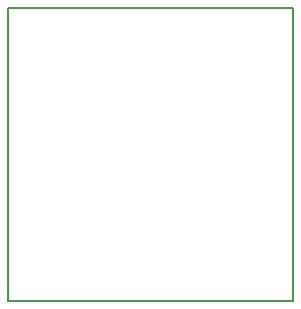
<source format=gko>
G04 DipTrace 3.1.0.1*
G04 09342-3_miskovichk_giordanom_0_1.gko*
%MOIN*%
G04 #@! TF.FileFunction,Profile*
G04 #@! TF.Part,Single*
%ADD11C,0.006*%
%FSLAX26Y26*%
G04*
G70*
G90*
G75*
G01*
G04 BoardOutline*
%LPD*%
X394000Y394000D2*
D11*
X1344000D1*
Y1369000D1*
X394000D1*
Y394000D1*
M02*

</source>
